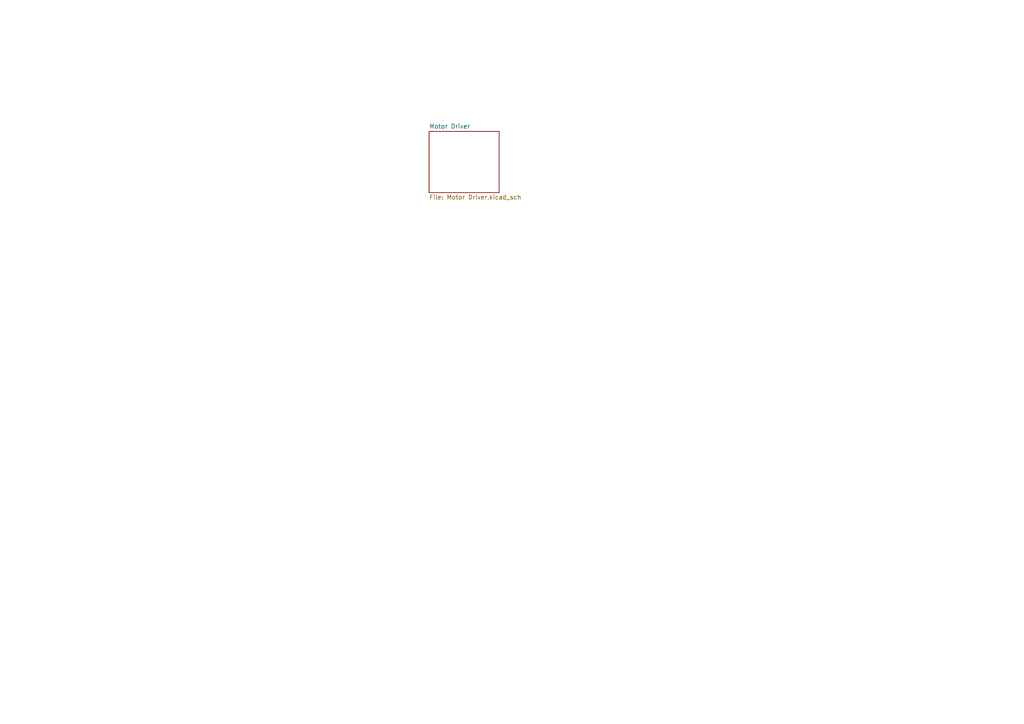
<source format=kicad_sch>
(kicad_sch (version 20211123) (generator eeschema)
  (paper "A4")
  (lib_symbols)
  (sheet (at 124.46 38.1) (size 20.32 17.78) (stroke (width 0.1524))
    (property "Sheet name" "Motor Driver" (at 124.46 37.3884 0) (effects (justify left bottom)))
    (property "Sheet file" "Motor Driver.kicad_sch" (at 124.46 56.4646 0) (effects (justify left top)))
  )
)
</source>
